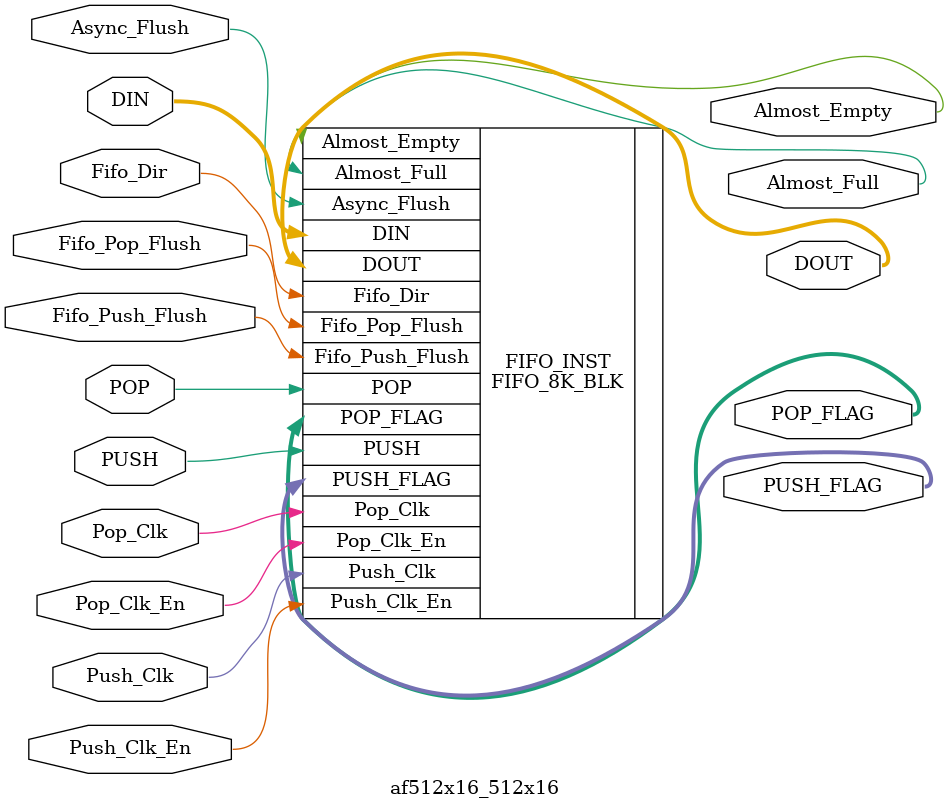
<source format=v>
module af512x16_512x16 (DIN,Fifo_Push_Flush,Fifo_Pop_Flush,PUSH,POP,Push_Clk,Pop_Clk,Push_Clk_En,Pop_Clk_En,Fifo_Dir,Async_Flush,Almost_Full,Almost_Empty,PUSH_FLAG,POP_FLAG,DOUT);

input Fifo_Push_Flush,Fifo_Pop_Flush;
input Push_Clk,Pop_Clk;
input PUSH,POP;
input [15:0] DIN;
input Push_Clk_En,Pop_Clk_En,Fifo_Dir,Async_Flush;
output [15:0] DOUT;
output [3:0] PUSH_FLAG,POP_FLAG;
output Almost_Full,Almost_Empty;

parameter data_depth_int = 512;
parameter data_width_int = 16;
parameter reg_rd_int = 0;
parameter sync_fifo_int = 0;

FIFO_8K_BLK  # (.data_depth_int(data_depth_int),.data_width_int(data_width_int),.reg_rd_int(reg_rd_int),.sync_fifo_int(sync_fifo_int)
                 ) 
  FIFO_INST    (
                .DIN(DIN),
                .PUSH(PUSH),
                .POP(POP),
                .Fifo_Push_Flush(Fifo_Push_Flush),
                .Fifo_Pop_Flush(Fifo_Pop_Flush),
                .Push_Clk(Push_Clk),
                .Pop_Clk(Pop_Clk),
                .PUSH_FLAG(PUSH_FLAG),
                .POP_FLAG(POP_FLAG),
                .Push_Clk_En(Push_Clk_En),
                .Pop_Clk_En(Pop_Clk_En),
                .Fifo_Dir(Fifo_Dir),
                .Async_Flush(Async_Flush),
                .Almost_Full(Almost_Full),
                .Almost_Empty(Almost_Empty),
                .DOUT(DOUT)
        				);
				
endmodule

</source>
